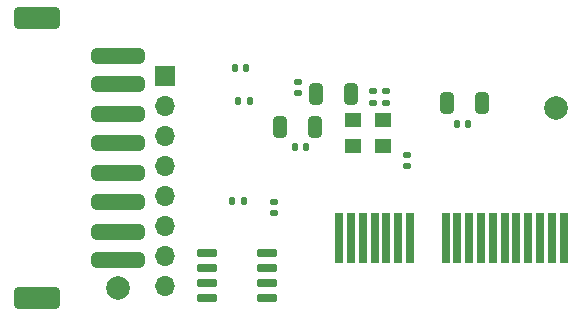
<source format=gbr>
%TF.GenerationSoftware,KiCad,Pcbnew,8.0.4*%
%TF.CreationDate,2024-09-17T19:46:24+01:00*%
%TF.ProjectId,ADE_Main_V4,4144455f-4d61-4696-9e5f-56342e6b6963,rev?*%
%TF.SameCoordinates,Original*%
%TF.FileFunction,Soldermask,Bot*%
%TF.FilePolarity,Negative*%
%FSLAX46Y46*%
G04 Gerber Fmt 4.6, Leading zero omitted, Abs format (unit mm)*
G04 Created by KiCad (PCBNEW 8.0.4) date 2024-09-17 19:46:24*
%MOMM*%
%LPD*%
G01*
G04 APERTURE LIST*
G04 Aperture macros list*
%AMRoundRect*
0 Rectangle with rounded corners*
0 $1 Rounding radius*
0 $2 $3 $4 $5 $6 $7 $8 $9 X,Y pos of 4 corners*
0 Add a 4 corners polygon primitive as box body*
4,1,4,$2,$3,$4,$5,$6,$7,$8,$9,$2,$3,0*
0 Add four circle primitives for the rounded corners*
1,1,$1+$1,$2,$3*
1,1,$1+$1,$4,$5*
1,1,$1+$1,$6,$7*
1,1,$1+$1,$8,$9*
0 Add four rect primitives between the rounded corners*
20,1,$1+$1,$2,$3,$4,$5,0*
20,1,$1+$1,$4,$5,$6,$7,0*
20,1,$1+$1,$6,$7,$8,$9,0*
20,1,$1+$1,$8,$9,$2,$3,0*%
G04 Aperture macros list end*
%ADD10C,2.000000*%
%ADD11RoundRect,0.250000X0.325000X0.650000X-0.325000X0.650000X-0.325000X-0.650000X0.325000X-0.650000X0*%
%ADD12R,1.400000X1.200000*%
%ADD13RoundRect,0.325000X1.925000X-0.325000X1.925000X0.325000X-1.925000X0.325000X-1.925000X-0.325000X0*%
%ADD14RoundRect,0.300001X1.649999X-0.599999X1.649999X0.599999X-1.649999X0.599999X-1.649999X-0.599999X0*%
%ADD15RoundRect,0.140000X-0.170000X0.140000X-0.170000X-0.140000X0.170000X-0.140000X0.170000X0.140000X0*%
%ADD16R,1.700000X1.700000*%
%ADD17O,1.700000X1.700000*%
%ADD18RoundRect,0.140000X0.170000X-0.140000X0.170000X0.140000X-0.170000X0.140000X-0.170000X-0.140000X0*%
%ADD19RoundRect,0.250000X-0.325000X-0.650000X0.325000X-0.650000X0.325000X0.650000X-0.325000X0.650000X0*%
%ADD20R,0.700000X4.300000*%
%ADD21RoundRect,0.140000X-0.140000X-0.170000X0.140000X-0.170000X0.140000X0.170000X-0.140000X0.170000X0*%
%ADD22RoundRect,0.140000X0.140000X0.170000X-0.140000X0.170000X-0.140000X-0.170000X0.140000X-0.170000X0*%
%ADD23RoundRect,0.150000X-0.725000X-0.150000X0.725000X-0.150000X0.725000X0.150000X-0.725000X0.150000X0*%
G04 APERTURE END LIST*
D10*
%TO.C,FID3*%
X-10744200Y18745200D03*
%TD*%
D11*
%TO.C,C20*%
X5975000Y32375000D03*
X3025000Y32375000D03*
%TD*%
D12*
%TO.C,Y2*%
X11707500Y30725000D03*
X9167500Y30725000D03*
X9167500Y32925000D03*
X11707500Y32925000D03*
%TD*%
D13*
%TO.C,J1*%
X-10750000Y38400000D03*
X-10750000Y36000000D03*
X-10750000Y33500000D03*
X-10750000Y31000000D03*
X-10750000Y28500000D03*
X-10750000Y26000000D03*
X-10750000Y23500000D03*
X-10750000Y21125000D03*
D14*
X-17600000Y41600000D03*
X-17600000Y17900000D03*
%TD*%
D15*
%TO.C,C29*%
X2463800Y26009600D03*
X2463800Y25049600D03*
%TD*%
D16*
%TO.C,J15*%
X-6750200Y36692980D03*
D17*
X-6750200Y34152980D03*
X-6750200Y31612980D03*
X-6750200Y29072980D03*
X-6750200Y26532980D03*
X-6750200Y23992980D03*
X-6750200Y21452980D03*
X-6750200Y18912980D03*
%TD*%
D18*
%TO.C,C23*%
X4546600Y35207000D03*
X4546600Y36167000D03*
%TD*%
D15*
%TO.C,C15*%
X11963400Y35377000D03*
X11963400Y34417000D03*
%TD*%
D19*
%TO.C,C22*%
X17143200Y34366200D03*
X20093200Y34366200D03*
%TD*%
D20*
%TO.C,J2*%
X27000000Y23000000D03*
X26000000Y23000000D03*
X25000000Y23000000D03*
X24000000Y23000000D03*
X23000000Y23000000D03*
X22000000Y23000000D03*
X21000000Y23000000D03*
X20000000Y23000000D03*
X19000000Y23000000D03*
X18000000Y23000000D03*
X17000000Y23000000D03*
X14000000Y23000000D03*
X13000000Y23000000D03*
X12000000Y23000000D03*
X11000000Y23000000D03*
X10000000Y23000000D03*
X9000000Y23000000D03*
X8000000Y23000000D03*
%TD*%
D15*
%TO.C,C17*%
X10896600Y35377000D03*
X10896600Y34417000D03*
%TD*%
%TO.C,C14*%
X13775000Y29980000D03*
X13775000Y29020000D03*
%TD*%
D21*
%TO.C,C30*%
X-556200Y34544000D03*
X403800Y34544000D03*
%TD*%
D22*
%TO.C,C19*%
X5204400Y30683200D03*
X4244400Y30683200D03*
%TD*%
D23*
%TO.C,U4*%
X-3235000Y17925000D03*
X-3235000Y19195000D03*
X-3235000Y20465000D03*
X-3235000Y21735000D03*
X1915000Y21735000D03*
X1915000Y20465000D03*
X1915000Y19195000D03*
X1915000Y17925000D03*
%TD*%
D10*
%TO.C,FID2*%
X26365200Y33934400D03*
%TD*%
D22*
%TO.C,C28*%
X-104200Y26085800D03*
X-1064200Y26085800D03*
%TD*%
%TO.C,C27*%
X127000Y37363400D03*
X-833000Y37363400D03*
%TD*%
D19*
%TO.C,C24*%
X6043400Y35128200D03*
X8993400Y35128200D03*
%TD*%
D21*
%TO.C,C21*%
X17935000Y32588200D03*
X18895000Y32588200D03*
%TD*%
M02*

</source>
